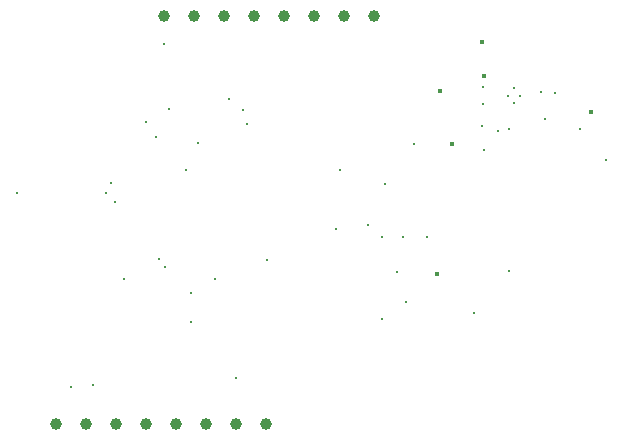
<source format=gbr>
%TF.GenerationSoftware,KiCad,Pcbnew,8.0.1*%
%TF.CreationDate,2024-04-28T17:36:13+05:30*%
%TF.ProjectId,ecg,6563672e-6b69-4636-9164-5f7063625858,rev?*%
%TF.SameCoordinates,Original*%
%TF.FileFunction,Plated,1,4,PTH,Drill*%
%TF.FilePolarity,Positive*%
%FSLAX46Y46*%
G04 Gerber Fmt 4.6, Leading zero omitted, Abs format (unit mm)*
G04 Created by KiCad (PCBNEW 8.0.1) date 2024-04-28 17:36:13*
%MOMM*%
%LPD*%
G01*
G04 APERTURE LIST*
%TA.AperFunction,ComponentDrill*%
%ADD10C,0.200000*%
%TD*%
%TA.AperFunction,ViaDrill*%
%ADD11C,0.300000*%
%TD*%
%TA.AperFunction,ComponentDrill*%
%ADD12C,0.300000*%
%TD*%
%TA.AperFunction,ViaDrill*%
%ADD13C,0.400000*%
%TD*%
%TA.AperFunction,ComponentDrill*%
%ADD14C,1.000000*%
%TD*%
G04 APERTURE END LIST*
D10*
%TO.C,U4*%
X181450000Y-88099999D03*
X181950000Y-87474999D03*
X181950000Y-88724999D03*
X182450000Y-88099999D03*
%TD*%
D11*
X144440000Y-112710000D03*
X146300000Y-112620000D03*
X147400000Y-96350000D03*
X147797672Y-95452328D03*
X148150000Y-97100000D03*
X148920000Y-103640000D03*
X150750000Y-90300000D03*
X151650000Y-91600000D03*
X151900000Y-101930000D03*
X152300000Y-83700000D03*
X152400000Y-102600000D03*
X152700000Y-89250000D03*
X154200000Y-94400000D03*
X154600000Y-104760000D03*
X154600000Y-107250000D03*
X155150000Y-92100000D03*
X156630000Y-103580000D03*
X157800000Y-88400000D03*
X158400000Y-111990000D03*
X159000000Y-89300000D03*
X159300000Y-90500000D03*
X161000000Y-102000000D03*
X166850000Y-99386200D03*
X167200000Y-94386200D03*
X169550000Y-99025000D03*
X170750000Y-107000000D03*
X170800000Y-100025000D03*
X171050000Y-95525000D03*
X172050000Y-103025000D03*
X172550000Y-100025000D03*
X172800000Y-105525000D03*
X173480000Y-92150000D03*
X174550000Y-100025000D03*
X178550000Y-106525000D03*
X179236837Y-90638862D03*
X179300000Y-87325000D03*
X179300000Y-88792500D03*
X179400000Y-92700000D03*
X180550000Y-91092500D03*
X181500000Y-102910000D03*
X181530000Y-90870000D03*
X184200000Y-87736091D03*
X184550000Y-90025000D03*
X185400000Y-87825000D03*
X187570000Y-90870000D03*
X189760000Y-93510000D03*
D12*
%TO.C,AE1*%
X139830000Y-96340000D03*
%TD*%
D13*
X175430000Y-103190000D03*
X175690000Y-87720000D03*
X176670000Y-92160000D03*
X179210000Y-83530000D03*
X179370000Y-86430000D03*
X188430000Y-89490000D03*
D14*
%TO.C,U6*%
X143160000Y-115850000D03*
X145700000Y-115850000D03*
X148240000Y-115850000D03*
X150780000Y-115850000D03*
%TO.C,U5*%
X152280000Y-81350000D03*
%TO.C,U6*%
X153320000Y-115850000D03*
%TO.C,U5*%
X154820000Y-81350000D03*
%TO.C,U6*%
X155860000Y-115850000D03*
%TO.C,U5*%
X157360000Y-81350000D03*
%TO.C,U6*%
X158400000Y-115850000D03*
%TO.C,U5*%
X159900000Y-81350000D03*
%TO.C,U6*%
X160940000Y-115850000D03*
%TO.C,U5*%
X162440000Y-81350000D03*
X164980000Y-81350000D03*
X167520000Y-81350000D03*
X170060000Y-81350000D03*
M02*

</source>
